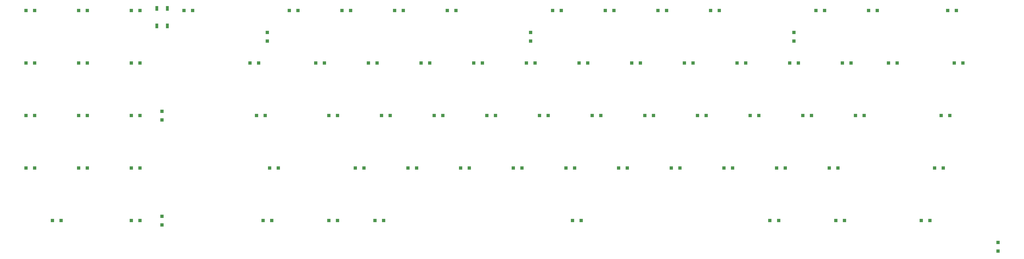
<source format=gbp>
G04 #@! TF.GenerationSoftware,KiCad,Pcbnew,5.1.6*
G04 #@! TF.CreationDate,2020-07-29T11:26:02-04:00*
G04 #@! TF.ProjectId,southpawpcb,736f7574-6870-4617-9770-63622e6b6963,rev?*
G04 #@! TF.SameCoordinates,Original*
G04 #@! TF.FileFunction,Paste,Bot*
G04 #@! TF.FilePolarity,Positive*
%FSLAX46Y46*%
G04 Gerber Fmt 4.6, Leading zero omitted, Abs format (unit mm)*
G04 Created by KiCad (PCBNEW 5.1.6) date 2020-07-29 11:26:02*
%MOMM*%
%LPD*%
G01*
G04 APERTURE LIST*
%ADD10R,1.200000X1.200000*%
%ADD11R,1.000000X1.700000*%
G04 APERTURE END LIST*
D10*
G04 #@! TO.C,D7*
X139731000Y20725000D03*
X136581000Y20725000D03*
G04 #@! TD*
G04 #@! TO.C,D48*
X265168000Y-17375000D03*
X268318000Y-17375000D03*
G04 #@! TD*
G04 #@! TO.C,D72*
X131818000Y-55475000D03*
X134968000Y-55475000D03*
G04 #@! TD*
G04 #@! TO.C,D39*
X63531200Y-17375000D03*
X60381200Y-17375000D03*
G04 #@! TD*
G04 #@! TO.C,D2*
X41331200Y20725000D03*
X44481200Y20725000D03*
G04 #@! TD*
G04 #@! TO.C,D50*
X303268000Y-17375000D03*
X306418000Y-17375000D03*
G04 #@! TD*
G04 #@! TO.C,D21*
X63531200Y1675000D03*
X60381200Y1675000D03*
G04 #@! TD*
G04 #@! TO.C,D53*
X22281200Y-36425000D03*
X25431200Y-36425000D03*
G04 #@! TD*
G04 #@! TO.C,D26*
X165156000Y1675000D03*
X168306000Y1675000D03*
G04 #@! TD*
G04 #@! TO.C,D60*
X182594000Y-36425000D03*
X179444000Y-36425000D03*
G04 #@! TD*
G04 #@! TO.C,D42*
X150868000Y-17375000D03*
X154018000Y-17375000D03*
G04 #@! TD*
G04 #@! TO.C,D4*
X79431200Y20725000D03*
X82581200Y20725000D03*
G04 #@! TD*
G04 #@! TO.C,D3*
X63531200Y20725000D03*
X60381200Y20725000D03*
G04 #@! TD*
G04 #@! TO.C,D25*
X149256000Y1675000D03*
X146106000Y1675000D03*
G04 #@! TD*
G04 #@! TO.C,D71*
X111156000Y-55475000D03*
X108006000Y-55475000D03*
G04 #@! TD*
G04 #@! TO.C,D78*
X373900000Y-66575000D03*
X373900000Y-63425000D03*
G04 #@! TD*
G04 #@! TO.C,D77*
X349281000Y-55475000D03*
X346131000Y-55475000D03*
G04 #@! TD*
G04 #@! TO.C,D45*
X211168000Y-17375000D03*
X208018000Y-17375000D03*
G04 #@! TD*
G04 #@! TO.C,D16*
X308031000Y20725000D03*
X311181000Y20725000D03*
G04 #@! TD*
G04 #@! TO.C,D22*
X71481200Y-18950000D03*
X71481200Y-15800000D03*
G04 #@! TD*
G04 #@! TO.C,D10*
X204831000Y9625000D03*
X204831000Y12775000D03*
G04 #@! TD*
G04 #@! TO.C,D54*
X44481200Y-36425000D03*
X41331200Y-36425000D03*
G04 #@! TD*
G04 #@! TO.C,D19*
X25431200Y1675000D03*
X22281200Y1675000D03*
G04 #@! TD*
G04 #@! TO.C,D57*
X113537000Y-36425000D03*
X110387000Y-36425000D03*
G04 #@! TD*
G04 #@! TO.C,D47*
X249268000Y-17375000D03*
X246118000Y-17375000D03*
G04 #@! TD*
G04 #@! TO.C,D15*
X300081000Y12775000D03*
X300081000Y9625000D03*
G04 #@! TD*
G04 #@! TO.C,D67*
X312794000Y-36425000D03*
X315944000Y-36425000D03*
G04 #@! TD*
G04 #@! TO.C,D36*
X358037000Y1675000D03*
X361187000Y1675000D03*
G04 #@! TD*
G04 #@! TO.C,D62*
X220694000Y-36425000D03*
X217544000Y-36425000D03*
G04 #@! TD*
G04 #@! TO.C,D61*
X201644000Y-36425000D03*
X198494000Y-36425000D03*
G04 #@! TD*
G04 #@! TO.C,D52*
X353275000Y-17375000D03*
X356425000Y-17375000D03*
G04 #@! TD*
G04 #@! TO.C,D37*
X25431200Y-17375000D03*
X22281200Y-17375000D03*
G04 #@! TD*
G04 #@! TO.C,D65*
X277844000Y-36425000D03*
X274694000Y-36425000D03*
G04 #@! TD*
G04 #@! TO.C,D14*
X273081000Y20725000D03*
X269931000Y20725000D03*
G04 #@! TD*
G04 #@! TO.C,D68*
X354044000Y-36425000D03*
X350894000Y-36425000D03*
G04 #@! TD*
G04 #@! TO.C,D18*
X355656000Y20725000D03*
X358806000Y20725000D03*
G04 #@! TD*
G04 #@! TO.C,D38*
X41331200Y-17375000D03*
X44481200Y-17375000D03*
G04 #@! TD*
G04 #@! TO.C,D12*
X231831000Y20725000D03*
X234981000Y20725000D03*
G04 #@! TD*
G04 #@! TO.C,D58*
X141344000Y-36425000D03*
X144494000Y-36425000D03*
G04 #@! TD*
G04 #@! TO.C,D34*
X317556000Y1675000D03*
X320706000Y1675000D03*
G04 #@! TD*
G04 #@! TO.C,D20*
X41331200Y1675000D03*
X44481200Y1675000D03*
G04 #@! TD*
G04 #@! TO.C,D69*
X34956200Y-55475000D03*
X31806200Y-55475000D03*
G04 #@! TD*
D11*
G04 #@! TO.C,SW1*
X73381200Y15193800D03*
X73381200Y21493800D03*
X69581200Y15193800D03*
X69581200Y21493800D03*
G04 #@! TD*
D10*
G04 #@! TO.C,D40*
X105625000Y-17375000D03*
X108775000Y-17375000D03*
G04 #@! TD*
G04 #@! TO.C,D56*
X71481200Y-57050000D03*
X71481200Y-53900000D03*
G04 #@! TD*
G04 #@! TO.C,D23*
X106394000Y1675000D03*
X103244000Y1675000D03*
G04 #@! TD*
G04 #@! TO.C,D17*
X330231000Y20725000D03*
X327081000Y20725000D03*
G04 #@! TD*
G04 #@! TO.C,D32*
X279456000Y1675000D03*
X282606000Y1675000D03*
G04 #@! TD*
G04 #@! TO.C,D31*
X263556000Y1675000D03*
X260406000Y1675000D03*
G04 #@! TD*
G04 #@! TO.C,D9*
X177831000Y20725000D03*
X174681000Y20725000D03*
G04 #@! TD*
G04 #@! TO.C,D64*
X255644000Y-36425000D03*
X258794000Y-36425000D03*
G04 #@! TD*
G04 #@! TO.C,D74*
X219925000Y-55475000D03*
X223075000Y-55475000D03*
G04 #@! TD*
G04 #@! TO.C,D76*
X315175000Y-55475000D03*
X318325000Y-55475000D03*
G04 #@! TD*
G04 #@! TO.C,D49*
X287368000Y-17375000D03*
X284218000Y-17375000D03*
G04 #@! TD*
G04 #@! TO.C,D70*
X63531200Y-55475000D03*
X60381200Y-55475000D03*
G04 #@! TD*
G04 #@! TO.C,D75*
X291362000Y-55475000D03*
X294512000Y-55475000D03*
G04 #@! TD*
G04 #@! TO.C,D8*
X155631000Y20725000D03*
X158781000Y20725000D03*
G04 #@! TD*
G04 #@! TO.C,D28*
X206406000Y1675000D03*
X203256000Y1675000D03*
G04 #@! TD*
G04 #@! TO.C,D13*
X254031000Y20725000D03*
X250881000Y20725000D03*
G04 #@! TD*
G04 #@! TO.C,D66*
X296894000Y-36425000D03*
X293744000Y-36425000D03*
G04 #@! TD*
G04 #@! TO.C,D6*
X117531000Y20725000D03*
X120681000Y20725000D03*
G04 #@! TD*
G04 #@! TO.C,D44*
X188968000Y-17375000D03*
X192118000Y-17375000D03*
G04 #@! TD*
G04 #@! TO.C,D46*
X227068000Y-17375000D03*
X230218000Y-17375000D03*
G04 #@! TD*
G04 #@! TO.C,D51*
X325468000Y-17375000D03*
X322318000Y-17375000D03*
G04 #@! TD*
G04 #@! TO.C,D11*
X215931000Y20725000D03*
X212781000Y20725000D03*
G04 #@! TD*
G04 #@! TO.C,D63*
X236594000Y-36425000D03*
X239744000Y-36425000D03*
G04 #@! TD*
G04 #@! TO.C,D29*
X225456000Y1675000D03*
X222306000Y1675000D03*
G04 #@! TD*
G04 #@! TO.C,D55*
X63531200Y-36425000D03*
X60381200Y-36425000D03*
G04 #@! TD*
G04 #@! TO.C,D5*
X109581000Y12775000D03*
X109581000Y9625000D03*
G04 #@! TD*
G04 #@! TO.C,D43*
X173068000Y-17375000D03*
X169918000Y-17375000D03*
G04 #@! TD*
G04 #@! TO.C,D73*
X148487000Y-55475000D03*
X151637000Y-55475000D03*
G04 #@! TD*
G04 #@! TO.C,D33*
X301656000Y1675000D03*
X298506000Y1675000D03*
G04 #@! TD*
G04 #@! TO.C,D30*
X241356000Y1675000D03*
X244506000Y1675000D03*
G04 #@! TD*
G04 #@! TO.C,D35*
X337375000Y1675000D03*
X334225000Y1675000D03*
G04 #@! TD*
G04 #@! TO.C,D24*
X127056000Y1675000D03*
X130206000Y1675000D03*
G04 #@! TD*
G04 #@! TO.C,D59*
X160394000Y-36425000D03*
X163544000Y-36425000D03*
G04 #@! TD*
G04 #@! TO.C,D41*
X134968000Y-17375000D03*
X131818000Y-17375000D03*
G04 #@! TD*
G04 #@! TO.C,D1*
X25431200Y20725000D03*
X22281200Y20725000D03*
G04 #@! TD*
G04 #@! TO.C,D27*
X184206000Y1675000D03*
X187356000Y1675000D03*
G04 #@! TD*
M02*

</source>
